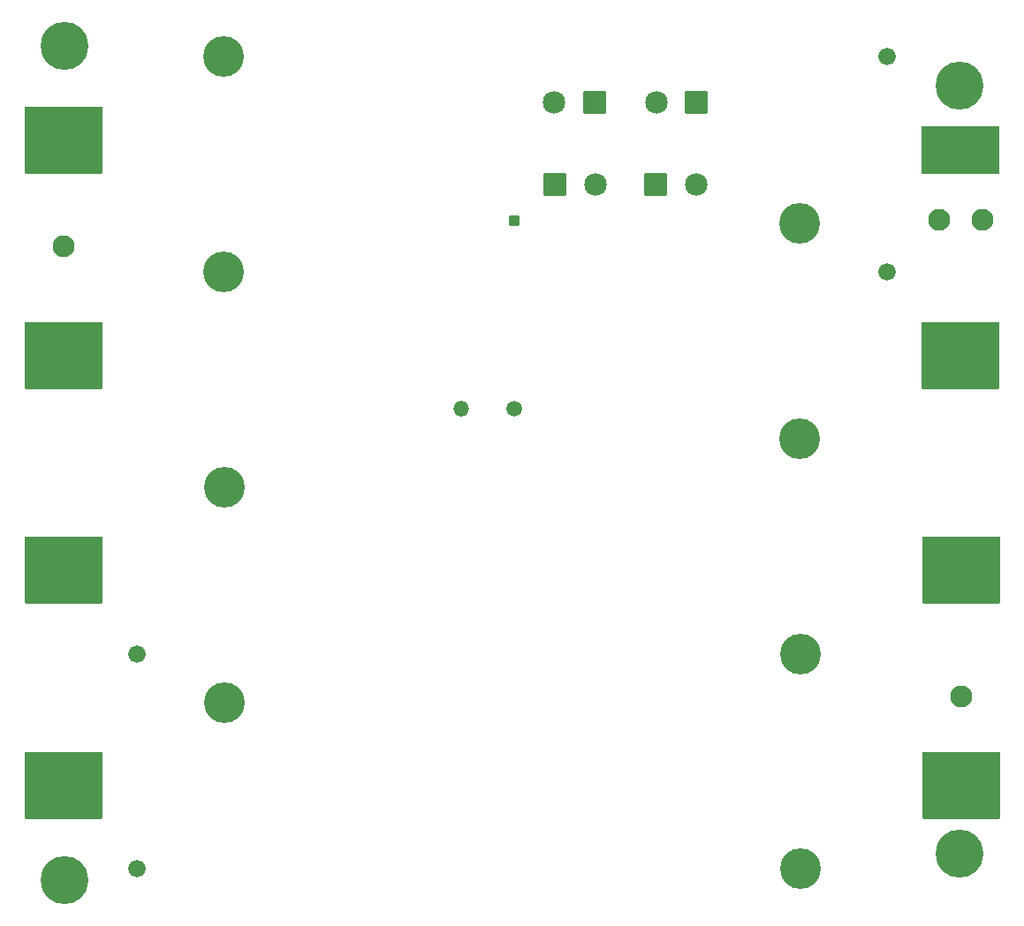
<source format=gbs>
G04 #@! TF.GenerationSoftware,KiCad,Pcbnew,7.0.1-0*
G04 #@! TF.CreationDate,2023-03-19T01:41:05-04:00*
G04 #@! TF.ProjectId,batteryboard,62617474-6572-4796-926f-6172642e6b69,rev?*
G04 #@! TF.SameCoordinates,Original*
G04 #@! TF.FileFunction,Soldermask,Bot*
G04 #@! TF.FilePolarity,Negative*
%FSLAX46Y46*%
G04 Gerber Fmt 4.6, Leading zero omitted, Abs format (unit mm)*
G04 Created by KiCad (PCBNEW 7.0.1-0) date 2023-03-19 01:41:05*
%MOMM*%
%LPD*%
G01*
G04 APERTURE LIST*
G04 Aperture macros list*
%AMRoundRect*
0 Rectangle with rounded corners*
0 $1 Rounding radius*
0 $2 $3 $4 $5 $6 $7 $8 $9 X,Y pos of 4 corners*
0 Add a 4 corners polygon primitive as box body*
4,1,4,$2,$3,$4,$5,$6,$7,$8,$9,$2,$3,0*
0 Add four circle primitives for the rounded corners*
1,1,$1+$1,$2,$3*
1,1,$1+$1,$4,$5*
1,1,$1+$1,$6,$7*
1,1,$1+$1,$8,$9*
0 Add four rect primitives between the rounded corners*
20,1,$1+$1,$2,$3,$4,$5,0*
20,1,$1+$1,$4,$5,$6,$7,0*
20,1,$1+$1,$6,$7,$8,$9,0*
20,1,$1+$1,$8,$9,$2,$3,0*%
G04 Aperture macros list end*
%ADD10C,2.101600*%
%ADD11RoundRect,0.063500X1.016000X1.016000X-1.016000X1.016000X-1.016000X-1.016000X1.016000X-1.016000X0*%
%ADD12C,2.159000*%
%ADD13RoundRect,0.063500X-1.016000X-1.016000X1.016000X-1.016000X1.016000X1.016000X-1.016000X1.016000X0*%
%ADD14RoundRect,0.050800X-0.425000X-0.425000X0.425000X-0.425000X0.425000X0.425000X-0.425000X0.425000X0*%
%ADD15C,1.501600*%
%ADD16O,1.501600X1.501600*%
%ADD17C,4.601600*%
%ADD18C,3.901600*%
%ADD19C,1.671600*%
%ADD20RoundRect,0.050800X-3.670000X3.175000X-3.670000X-3.175000X3.670000X-3.175000X3.670000X3.175000X0*%
%ADD21RoundRect,0.050800X3.670000X-3.175000X3.670000X3.175000X-3.670000X3.175000X-3.670000X-3.175000X0*%
%ADD22RoundRect,0.050800X-3.670000X2.250000X-3.670000X-2.250000X3.670000X-2.250000X3.670000X2.250000X0*%
G04 APERTURE END LIST*
D10*
X144145000Y-121285000D03*
X58166000Y-78105000D03*
X142062200Y-75565000D03*
X146177000Y-75565000D03*
D11*
X109016800Y-64300000D03*
D12*
X105161200Y-64300000D03*
D13*
X105232200Y-72174000D03*
D12*
X109087800Y-72174000D03*
D11*
X118795800Y-64300000D03*
D12*
X114940200Y-64300000D03*
D13*
X114884200Y-72174000D03*
D12*
X118739800Y-72174000D03*
D14*
X101346000Y-75692000D03*
D15*
X101346000Y-93726000D03*
D16*
X96266000Y-93726000D03*
D17*
X144005300Y-136349900D03*
X58280300Y-58889900D03*
X58280300Y-138889900D03*
X144005300Y-62689900D03*
D18*
X73517400Y-80569800D03*
X128717400Y-96569800D03*
D19*
X137047400Y-80569800D03*
D20*
X58117400Y-88569800D03*
X144117400Y-88569800D03*
D18*
X128742800Y-137844800D03*
X73542800Y-121844800D03*
D19*
X65212800Y-137844800D03*
D21*
X144142800Y-129844800D03*
X58142800Y-129844800D03*
D18*
X128742800Y-117194600D03*
X73542800Y-101194600D03*
D19*
X65212800Y-117194600D03*
D21*
X144142800Y-109194600D03*
X58142800Y-109194600D03*
D18*
X73517400Y-59919600D03*
X128717400Y-75919600D03*
D19*
X137047400Y-59919600D03*
D20*
X58117400Y-67919600D03*
D22*
X144117400Y-68844600D03*
M02*

</source>
